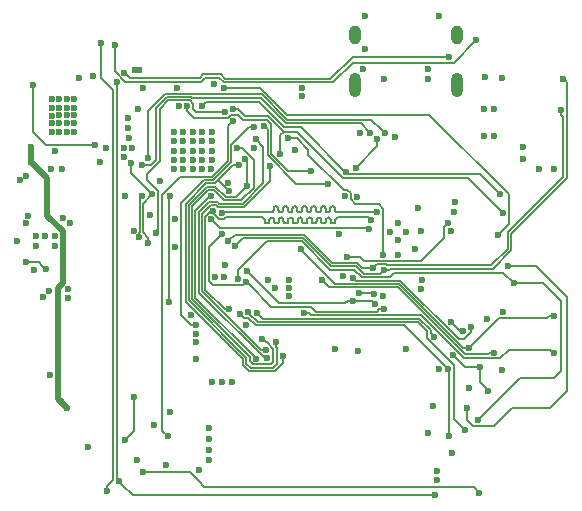
<source format=gbr>
G04 #@! TF.GenerationSoftware,KiCad,Pcbnew,5.0.2-bee76a0~70~ubuntu18.04.1*
G04 #@! TF.CreationDate,2019-03-04T23:14:38+01:00*
G04 #@! TF.ProjectId,anotterwatch,616e6f74-7465-4727-9761-7463682e6b69,rev?*
G04 #@! TF.SameCoordinates,Original*
G04 #@! TF.FileFunction,Copper,L2,Inr*
G04 #@! TF.FilePolarity,Positive*
%FSLAX46Y46*%
G04 Gerber Fmt 4.6, Leading zero omitted, Abs format (unit mm)*
G04 Created by KiCad (PCBNEW 5.0.2-bee76a0~70~ubuntu18.04.1) date Mo 04 Mär 2019 23:14:38 CET*
%MOMM*%
%LPD*%
G01*
G04 APERTURE LIST*
G04 #@! TA.AperFunction,ViaPad*
%ADD10O,1.000000X2.100000*%
G04 #@! TD*
G04 #@! TA.AperFunction,ViaPad*
%ADD11O,1.000000X1.600000*%
G04 #@! TD*
G04 #@! TA.AperFunction,ViaPad*
%ADD12R,0.900000X0.500000*%
G04 #@! TD*
G04 #@! TA.AperFunction,ViaPad*
%ADD13C,0.600000*%
G04 #@! TD*
G04 #@! TA.AperFunction,Conductor*
%ADD14C,0.150000*%
G04 #@! TD*
G04 #@! TA.AperFunction,Conductor*
%ADD15C,0.200000*%
G04 #@! TD*
G04 #@! TA.AperFunction,Conductor*
%ADD16C,0.500000*%
G04 #@! TD*
G04 APERTURE END LIST*
D10*
G04 #@! TO.N,GND*
G04 #@! TO.C,J4*
X107160600Y-75221500D03*
X115800600Y-75221500D03*
D11*
X107160600Y-71041500D03*
X115800600Y-71041500D03*
G04 #@! TD*
D12*
G04 #@! TO.N,GND*
G04 #@! TO.C,AE1*
X88679600Y-74015600D03*
G04 #@! TD*
D13*
G04 #@! TO.N,PROBE1*
X115265200Y-95300800D03*
X116298130Y-96062800D03*
G04 #@! TO.N,GNDA*
X112522000Y-85648800D03*
X112776000Y-87630000D03*
X115265200Y-87630000D03*
X112217200Y-89154000D03*
X119684800Y-94494000D03*
X116789200Y-100939600D03*
X113741200Y-102463600D03*
X115569375Y-86005025D03*
G04 #@! TO.N,ADC_REF*
X116687600Y-102616000D03*
X120142000Y-90576400D03*
G04 #@! TO.N,AFE_ENABLE*
X116992400Y-95758000D03*
X115073259Y-86928795D03*
X107028041Y-91572506D03*
X106982600Y-93492507D03*
X108864400Y-93776800D03*
X106527600Y-89814400D03*
X98044000Y-91033600D03*
G04 #@! TO.N,SE_ENABLE*
X120599200Y-92049600D03*
X117602000Y-103581194D03*
X97282000Y-91643200D03*
G04 #@! TO.N,GND*
X101600000Y-92456000D03*
X101600000Y-93116400D03*
X99771200Y-91795600D03*
X101600000Y-91795600D03*
X111455200Y-87680800D03*
X110794800Y-88341200D03*
X110794800Y-86969600D03*
X81500000Y-77828400D03*
X82143600Y-77825600D03*
X81500000Y-78488800D03*
X82143600Y-78486000D03*
X83413600Y-78486000D03*
X82753200Y-78486000D03*
X81500000Y-77168000D03*
X82143600Y-77165200D03*
X83413600Y-77165200D03*
X82753200Y-77165200D03*
X83413600Y-77825600D03*
X82753200Y-77825600D03*
X82143600Y-76403200D03*
X82753200Y-76403200D03*
X83413600Y-79197200D03*
X81500000Y-76400000D03*
X81500000Y-79200000D03*
X83400000Y-76400000D03*
X81750000Y-88900000D03*
X81750000Y-88050000D03*
X80200000Y-88050000D03*
X80200000Y-88900000D03*
X79350000Y-82950000D03*
X88679600Y-74015600D03*
X78802010Y-83300000D03*
X80750000Y-93200000D03*
X81300000Y-92650000D03*
X82753200Y-79197200D03*
X82753200Y-79197200D03*
X82143600Y-79197200D03*
X110128410Y-87680800D03*
X80949800Y-88036400D03*
X81737200Y-80822800D03*
X81432400Y-82397600D03*
X78587600Y-88493600D03*
X89853799Y-86234396D03*
X100431600Y-92456000D03*
X118973600Y-77317600D03*
X118110000Y-77317600D03*
X124053600Y-82397600D03*
X122783600Y-82397600D03*
X121361200Y-81534000D03*
X121361200Y-80467200D03*
X118973600Y-79603600D03*
X118059200Y-79603600D03*
X114300000Y-69392800D03*
X108051600Y-69392800D03*
X108000800Y-72186800D03*
X113334800Y-73914000D03*
X107594400Y-79349600D03*
X107848400Y-73863200D03*
X119634000Y-74676000D03*
X110591600Y-79654400D03*
X112877600Y-91735389D03*
X115620800Y-85191600D03*
X102717600Y-75539600D03*
X102717600Y-76200000D03*
X91846400Y-79197200D03*
X92646400Y-79197200D03*
X93446400Y-79197200D03*
X94246400Y-79197200D03*
X95046400Y-79197200D03*
X91846400Y-79997200D03*
X92646400Y-79997200D03*
X93446400Y-79997200D03*
X94246400Y-79997200D03*
X95046400Y-79997200D03*
X91846400Y-80797200D03*
X92646400Y-80797200D03*
X93446400Y-80797200D03*
X94246400Y-80797200D03*
X95046400Y-80797200D03*
X91846400Y-81597200D03*
X92646400Y-81597200D03*
X93446400Y-81597200D03*
X94246400Y-81597200D03*
X95046400Y-81597200D03*
X91846400Y-82397200D03*
X92646400Y-82397200D03*
X93446400Y-82397200D03*
X94246400Y-82397200D03*
X89215000Y-75472190D03*
X87985600Y-78079600D03*
X87985600Y-78892400D03*
X83769200Y-74625200D03*
X85547200Y-81788000D03*
X87579200Y-81330800D03*
X96774000Y-100431600D03*
X95910400Y-100431600D03*
X95046800Y-100431600D03*
X96062800Y-91541600D03*
X94843600Y-107035600D03*
X94843600Y-106121200D03*
X94843600Y-105206800D03*
X93929200Y-107848400D03*
X91135200Y-107391200D03*
X88747600Y-107035600D03*
X91541600Y-102920800D03*
X90119200Y-104038400D03*
X94843600Y-104292400D03*
X93726000Y-96367600D03*
X93726000Y-97028000D03*
X93268800Y-94742000D03*
X107334410Y-84734400D03*
X119594958Y-99353042D03*
X118313200Y-95046800D03*
X111455200Y-97637600D03*
X107442000Y-97790000D03*
X110794800Y-89650977D03*
X109526768Y-93077789D03*
X113334800Y-104749600D03*
X114147600Y-107899200D03*
X114291995Y-99314567D03*
X92100400Y-75472189D03*
X95011273Y-82362073D03*
X95351600Y-91541600D03*
X96164400Y-90525600D03*
X91948000Y-86563200D03*
X105816400Y-87878010D03*
X81364990Y-99771200D03*
G04 #@! TO.N,BUF_ENABLE*
X109626400Y-94234000D03*
X95910400Y-87878010D03*
X97960553Y-91904182D03*
G04 #@! TO.N,MUX_ENABLE*
X115163600Y-105003600D03*
X97434400Y-94640400D03*
X115017190Y-99263200D03*
G04 #@! TO.N,MUX_CH1*
X113893600Y-96570800D03*
X98862407Y-94539628D03*
G04 #@! TO.N,MUX_CH2*
X116484400Y-104495600D03*
X98143262Y-94432969D03*
G04 #@! TO.N,VBUS*
X109626400Y-74777600D03*
X113334800Y-74777600D03*
X87630000Y-80568800D03*
X88290400Y-80619600D03*
X79908400Y-75234800D03*
X85191600Y-80314800D03*
X109067600Y-79857600D03*
X107238800Y-82296000D03*
G04 #@! TO.N,IPS_MOSI*
X91395190Y-93604436D03*
X91503006Y-84607059D03*
G04 #@! TO.N,IPS_LED*
X91338400Y-105003600D03*
X96838634Y-78321564D03*
G04 #@! TO.N,+BATT*
X83000000Y-86950000D03*
X82905600Y-92557600D03*
X82905600Y-93268800D03*
X95199200Y-75148221D03*
X86106000Y-80619608D03*
X82397600Y-82397600D03*
X82448400Y-86512400D03*
G04 #@! TO.N,TXD*
X108458000Y-79298800D03*
X89156113Y-81999345D03*
G04 #@! TO.N,RXD*
X89662000Y-81415379D03*
X109677200Y-79298800D03*
G04 #@! TO.N,BTN_UP*
X119278400Y-87934800D03*
X96062735Y-75503837D03*
G04 #@! TO.N,BTN_CNTR*
X96843613Y-77274768D03*
X119684800Y-86055200D03*
X100813542Y-81087514D03*
G04 #@! TO.N,BTN_DOWN*
X119430800Y-84480400D03*
X106375200Y-82606790D03*
X94214511Y-77023530D03*
G04 #@! TO.N,ADC_SCK*
X96469200Y-94234000D03*
X108559515Y-86709610D03*
X95181875Y-85917141D03*
G04 #@! TO.N,IPS_DC*
X98653600Y-78841600D03*
X93675200Y-95522210D03*
G04 #@! TO.N,WAKE1*
X96158561Y-77518181D03*
X90322400Y-87782400D03*
G04 #@! TO.N,I2C_SCL*
X124612400Y-77368400D03*
X89154000Y-84632800D03*
X88920145Y-88139031D03*
X108708722Y-90741476D03*
X96418400Y-88411769D03*
G04 #@! TO.N,I2C_SDA*
X90017600Y-84480400D03*
X88188800Y-81838800D03*
X124815600Y-74726800D03*
X89662000Y-88595200D03*
X96995997Y-88881781D03*
X109626400Y-90943022D03*
G04 #@! TO.N,SD_DATA2*
X97180400Y-80568800D03*
X99314000Y-96723200D03*
G04 #@! TO.N,SD_DATA3*
X98044000Y-83769200D03*
X97852798Y-81547178D03*
X100482400Y-96977200D03*
G04 #@! TO.N,SD_CMD*
X97320159Y-82041993D03*
X101041200Y-98196400D03*
X96527149Y-84225593D03*
G04 #@! TO.N,SD_DATA1*
X95003349Y-84636119D03*
X98756166Y-98405590D03*
G04 #@! TO.N,PARTY_ENABLE*
X88442800Y-101650800D03*
X87680800Y-105308400D03*
G04 #@! TO.N,ESP32_DAC*
X99466400Y-78678590D03*
X104901375Y-83617425D03*
G04 #@! TO.N,Net-(D2-Pad1)*
X85699600Y-71729600D03*
X86156800Y-109626400D03*
G04 #@! TO.N,ADC_MISO*
X109073590Y-85998410D03*
X95893487Y-86069575D03*
G04 #@! TO.N,ADC_CS*
X108345263Y-87404335D03*
X94996000Y-86619990D03*
G04 #@! TO.N,ADC_CH_SEL*
X101506349Y-79748051D03*
X109524800Y-89611200D03*
G04 #@! TO.N,Net-(D1-Pad1)*
X117449600Y-71475600D03*
X86817200Y-71831200D03*
G04 #@! TO.N,ESP_ADC*
X92969990Y-77052832D03*
X103428800Y-82499200D03*
G04 #@! TO.N,+3V3*
X80009377Y-90906076D03*
X98644655Y-80576144D03*
X118211600Y-74574400D03*
X88036400Y-79756000D03*
X88803200Y-77267000D03*
X84988400Y-74523600D03*
X84582000Y-105867200D03*
X114147600Y-108661200D03*
X115468400Y-98145600D03*
X117754400Y-99161600D03*
X118465600Y-101142800D03*
X105511600Y-97637600D03*
X106121200Y-91440000D03*
X79502000Y-86360000D03*
X79298800Y-86969600D03*
X88425779Y-87577974D03*
X90677375Y-83363425D03*
X97942400Y-95554800D03*
X93726000Y-98450400D03*
X112725200Y-92557600D03*
X87680800Y-84683600D03*
X115417600Y-106426000D03*
X92228032Y-77052832D03*
X106290621Y-84632800D03*
X91897190Y-88950800D03*
X96457847Y-83501892D03*
X102057200Y-80772000D03*
G04 #@! TO.N,Net-(C28-Pad1)*
X79350000Y-90250000D03*
X80975200Y-90830400D03*
G04 #@! TO.N,Net-(J3-Pad1)*
X124002800Y-94843600D03*
X116840000Y-97485200D03*
X102565200Y-89154000D03*
G04 #@! TO.N,Net-(J3-Pad2)*
X118973600Y-97897600D03*
X104343200Y-91744800D03*
G04 #@! TO.N,Net-(J3-Pad3)*
X124002800Y-97942400D03*
X102819200Y-94538789D03*
G04 #@! TO.N,Net-(C15-Pad1)*
X108818632Y-92913200D03*
X107537610Y-92853528D03*
G04 #@! TO.N,Net-(BT1-Pad1)*
X79705200Y-80467200D03*
X82804000Y-102565200D03*
X82245200Y-102006400D03*
X79756000Y-81788000D03*
G04 #@! TO.N,Net-(D3-Pad1)*
X89255600Y-108051600D03*
X117703600Y-109778800D03*
G04 #@! TO.N,Net-(J1-Pad5)*
X98755200Y-79857596D03*
X99760178Y-98398116D03*
G04 #@! TO.N,Net-(J1-Pad7)*
X99975635Y-82092815D03*
X99629972Y-97682859D03*
G04 #@! TO.N,Net-(C31-Pad1)*
X115163600Y-72847200D03*
X113944400Y-109982000D03*
X87014410Y-75031600D03*
X87642261Y-74206539D03*
X87155123Y-108801791D03*
G04 #@! TD*
D14*
G04 #@! TO.N,PROBE1*
X116027200Y-96062800D02*
X116298130Y-96062800D01*
X115265200Y-95300800D02*
X116027200Y-96062800D01*
G04 #@! TO.N,ADC_REF*
X116687600Y-102616000D02*
X116687600Y-103124000D01*
X116687600Y-103124000D02*
X116687600Y-103632000D01*
X117138795Y-104083195D02*
X118979605Y-104083195D01*
X116687600Y-103632000D02*
X117138795Y-104083195D01*
X118979605Y-104083195D02*
X120497600Y-102565200D01*
X120497600Y-102565200D02*
X120548400Y-102616000D01*
X120548400Y-102616000D02*
X123647200Y-102616000D01*
X123647200Y-102616000D02*
X125120400Y-101142800D01*
X125120400Y-101142800D02*
X125120400Y-93218000D01*
X125120400Y-93218000D02*
X122478800Y-90576400D01*
X122478800Y-90576400D02*
X120142000Y-90576400D01*
G04 #@! TO.N,AFE_ENABLE*
X106982600Y-93492507D02*
X108580107Y-93492507D01*
X108580107Y-93492507D02*
X108864400Y-93776800D01*
X115983449Y-96762011D02*
X111018943Y-91797505D01*
X107253039Y-91797505D02*
X107028041Y-91572506D01*
X116412653Y-96762011D02*
X115983449Y-96762011D01*
X116992400Y-96182264D02*
X116412653Y-96762011D01*
X116992400Y-95758000D02*
X116992400Y-96182264D01*
X111018943Y-91797505D02*
X107253039Y-91797505D01*
X114706400Y-88188800D02*
X112731199Y-90164001D01*
X114706400Y-87295654D02*
X114706400Y-88188800D01*
X106951864Y-89814400D02*
X106527600Y-89814400D01*
X107911065Y-90164001D02*
X107561464Y-89814400D01*
X115073259Y-86928795D02*
X114706400Y-87295654D01*
X112731199Y-90164001D02*
X107911065Y-90164001D01*
X107561464Y-89814400D02*
X106951864Y-89814400D01*
X98343999Y-91333599D02*
X98044000Y-91033600D01*
X106982600Y-93492507D02*
X106558336Y-93492507D01*
X106558336Y-93492507D02*
X106324843Y-93726000D01*
X100736400Y-93726000D02*
X98343999Y-91333599D01*
X106324843Y-93726000D02*
X100736400Y-93726000D01*
G04 #@! TO.N,SE_ENABLE*
X124612400Y-99466400D02*
X124002800Y-100076000D01*
X121107194Y-100076000D02*
X117901999Y-103281195D01*
X117901999Y-103281195D02*
X117602000Y-103581194D01*
X124612400Y-93573600D02*
X124612400Y-99466400D01*
X124002800Y-100076000D02*
X121107194Y-100076000D01*
X123088400Y-92049600D02*
X124612400Y-93573600D01*
X120599200Y-92049600D02*
X123088400Y-92049600D01*
X105024583Y-90870421D02*
X102647762Y-88493600D01*
X119684800Y-91135200D02*
X110504150Y-91135200D01*
X110118856Y-91520494D02*
X107776483Y-91520494D01*
X97282000Y-90932000D02*
X97282000Y-91218936D01*
X107126410Y-90870421D02*
X105024583Y-90870421D01*
X102647762Y-88493600D02*
X99720400Y-88493600D01*
X120599200Y-92049600D02*
X119684800Y-91135200D01*
X110504150Y-91135200D02*
X110118856Y-91520494D01*
X99720400Y-88493600D02*
X97282000Y-90932000D01*
X107776483Y-91520494D02*
X107126410Y-90870421D01*
X97282000Y-91218936D02*
X97282000Y-91643200D01*
G04 #@! TO.N,BUF_ENABLE*
X108998936Y-94437200D02*
X103835200Y-94437200D01*
X95150581Y-92204181D02*
X97660554Y-92204181D01*
X98260552Y-92204181D02*
X97960553Y-91904182D01*
X95910400Y-87878010D02*
X94792800Y-88995610D01*
X103835200Y-94437200D02*
X103428800Y-94030800D01*
X94792800Y-88995610D02*
X94792800Y-91846400D01*
X97660554Y-92204181D02*
X97960553Y-91904182D01*
X103428800Y-94030800D02*
X100087171Y-94030800D01*
X109202136Y-94234000D02*
X108998936Y-94437200D01*
X100087171Y-94030800D02*
X98260552Y-92204181D01*
X109626400Y-94234000D02*
X109202136Y-94234000D01*
X94792800Y-91846400D02*
X95150581Y-92204181D01*
G04 #@! TO.N,MUX_ENABLE*
X97734399Y-94940399D02*
X98089999Y-94940399D01*
X97434400Y-94640400D02*
X97734399Y-94940399D01*
X114717191Y-98963201D02*
X115017190Y-99263200D01*
X115163600Y-99409610D02*
X115017190Y-99263200D01*
X98089999Y-94940399D02*
X98755200Y-95605600D01*
X98755200Y-95605600D02*
X111359590Y-95605600D01*
X111359590Y-95605600D02*
X114717191Y-98963201D01*
X115163600Y-105003600D02*
X115163600Y-99409610D01*
G04 #@! TO.N,MUX_CH1*
X99363580Y-95040801D02*
X99162406Y-94839627D01*
X112617601Y-95040801D02*
X99363580Y-95040801D01*
X99162406Y-94839627D02*
X98862407Y-94539628D01*
X113893600Y-96570800D02*
X113593601Y-96270801D01*
X113593601Y-96016801D02*
X112617601Y-95040801D01*
X113593601Y-96270801D02*
X113593601Y-96016801D01*
G04 #@! TO.N,MUX_CH2*
X98143262Y-94536462D02*
X98143262Y-94432969D01*
X101769411Y-95317811D02*
X98924611Y-95317811D01*
X98924611Y-95317811D02*
X98143262Y-94536462D01*
X113284000Y-96113600D02*
X112488210Y-95317810D01*
X113284000Y-96704162D02*
X113284000Y-96113600D01*
X115519200Y-98939362D02*
X113284000Y-96704162D01*
X115519200Y-103530400D02*
X115519200Y-98939362D01*
X116484400Y-104495600D02*
X115519200Y-103530400D01*
X103803540Y-95317810D02*
X101735390Y-95317810D01*
X112488210Y-95317810D02*
X103803540Y-95317810D01*
G04 #@! TO.N,VBUS*
X80975200Y-80314800D02*
X84767336Y-80314800D01*
X84767336Y-80314800D02*
X85191600Y-80314800D01*
X79908400Y-79248000D02*
X80975200Y-80314800D01*
X79908400Y-75234800D02*
X79908400Y-79248000D01*
X107238800Y-82245200D02*
X107238800Y-82296000D01*
X109067600Y-79857600D02*
X109067600Y-80416400D01*
X109067600Y-80416400D02*
X107238800Y-82245200D01*
G04 #@! TO.N,IPS_MOSI*
X91395190Y-84714875D02*
X91503006Y-84607059D01*
X91395190Y-93604436D02*
X91395190Y-84714875D01*
G04 #@! TO.N,IPS_LED*
X96401387Y-78758811D02*
X96538635Y-78621563D01*
X91338400Y-105003600D02*
X90853411Y-104518611D01*
X90853411Y-104518611D02*
X90853411Y-84517741D01*
X95057219Y-83026077D02*
X96401387Y-81681909D01*
X96538635Y-78621563D02*
X96838634Y-78321564D01*
X96401387Y-81681909D02*
X96401387Y-78758811D01*
X92345075Y-83026077D02*
X95057219Y-83026077D01*
X90853411Y-84517741D02*
X92345075Y-83026077D01*
G04 #@! TO.N,TXD*
X99172622Y-76312623D02*
X93345271Y-76312623D01*
X89907855Y-81999345D02*
X89580377Y-81999345D01*
X108458000Y-79298800D02*
X107645200Y-78486000D01*
X89580377Y-81999345D02*
X89156113Y-81999345D01*
X90350189Y-81557011D02*
X89907855Y-81999345D01*
X90350189Y-77152060D02*
X90350189Y-81557011D01*
X91228438Y-76273811D02*
X90350189Y-77152060D01*
X107645200Y-78486000D02*
X101346000Y-78486000D01*
X93345271Y-76312623D02*
X93306459Y-76273811D01*
X93306459Y-76273811D02*
X91228438Y-76273811D01*
X101346000Y-78486000D02*
X99172622Y-76312623D01*
G04 #@! TO.N,RXD*
X109377201Y-78998801D02*
X109677200Y-79298800D01*
X108559600Y-78181200D02*
X109377201Y-78998801D01*
X101432951Y-78181200D02*
X108559600Y-78181200D01*
X99287363Y-76035612D02*
X101432951Y-78181200D01*
X93460012Y-76035612D02*
X99287363Y-76035612D01*
X93421200Y-75996800D02*
X93460012Y-76035612D01*
X89662000Y-77419200D02*
X91084400Y-75996800D01*
X91084400Y-75996800D02*
X93421200Y-75996800D01*
X89662000Y-81415379D02*
X89662000Y-77419200D01*
G04 #@! TO.N,BTN_UP*
X96486999Y-75503837D02*
X96062735Y-75503837D01*
X113468162Y-77774800D02*
X101418302Y-77774800D01*
X120192800Y-84499438D02*
X113468162Y-77774800D01*
X101418302Y-77774800D02*
X99147339Y-75503837D01*
X99147339Y-75503837D02*
X96486999Y-75503837D01*
X119278400Y-87934800D02*
X120192800Y-87020400D01*
X120192800Y-87020400D02*
X120192800Y-84499438D01*
G04 #@! TO.N,BTN_CNTR*
X97267877Y-77274768D02*
X97869509Y-77876400D01*
X96843613Y-77274768D02*
X97267877Y-77274768D01*
X99798922Y-77876400D02*
X101119722Y-79197200D01*
X97869509Y-77876400D02*
X99798922Y-77876400D01*
X100813542Y-80663250D02*
X100813542Y-81087514D01*
X101119722Y-79197200D02*
X100813542Y-79503380D01*
X100813542Y-79503380D02*
X100813542Y-80663250D01*
X101119722Y-79197200D02*
X102238150Y-79197200D01*
X119384801Y-85755201D02*
X119684800Y-86055200D01*
X106149750Y-83108800D02*
X116738400Y-83108800D01*
X116738400Y-83108800D02*
X119384801Y-85755201D01*
X102238150Y-79197200D02*
X106149750Y-83108800D01*
G04 #@! TO.N,BTN_DOWN*
X106426000Y-82651600D02*
X106420010Y-82651600D01*
X106420010Y-82651600D02*
X106375200Y-82606790D01*
X119430800Y-84480400D02*
X117754400Y-82804000D01*
X101155872Y-78841600D02*
X99037803Y-76723531D01*
X94514510Y-76723531D02*
X94214511Y-77023530D01*
X106527600Y-82804000D02*
X102565200Y-78841600D01*
X117754400Y-82804000D02*
X106527600Y-82804000D01*
X99037803Y-76723531D02*
X94514510Y-76723531D01*
X102565200Y-78841600D02*
X101155872Y-78841600D01*
G04 #@! TO.N,ADC_SCK*
X94955887Y-85917141D02*
X95181875Y-85917141D01*
X94493999Y-86379029D02*
X94955887Y-85917141D01*
X94493999Y-92563599D02*
X94493999Y-86379029D01*
X96469200Y-94234000D02*
X96164400Y-94234000D01*
X96164400Y-94234000D02*
X94493999Y-92563599D01*
X95181875Y-86062903D02*
X95181875Y-85917141D01*
X95694346Y-86608985D02*
X95498001Y-86412640D01*
X96266000Y-86461600D02*
X96118615Y-86608985D01*
X99471166Y-86536903D02*
X99439497Y-86505234D01*
X99534606Y-86848377D02*
X99519814Y-86806105D01*
X99558433Y-86886298D02*
X99534606Y-86848377D01*
X99590102Y-86917967D02*
X99558433Y-86886298D01*
X99628023Y-86941794D02*
X99590102Y-86917967D01*
X99670295Y-86956586D02*
X99628023Y-86941794D01*
X99759304Y-86956586D02*
X99714800Y-86961600D01*
X99839497Y-86917967D02*
X99801576Y-86941794D01*
X99871166Y-86886298D02*
X99839497Y-86917967D01*
X99894993Y-86848377D02*
X99871166Y-86886298D01*
X99909785Y-86806105D02*
X99894993Y-86848377D01*
X99914800Y-86761600D02*
X99909785Y-86806105D01*
X99914800Y-86661600D02*
X99914800Y-86761600D01*
X99919814Y-86617096D02*
X99914800Y-86661600D01*
X99934606Y-86574824D02*
X99919814Y-86617096D01*
X99958433Y-86536903D02*
X99934606Y-86574824D01*
X99990102Y-86505234D02*
X99958433Y-86536903D01*
X100028023Y-86481407D02*
X99990102Y-86505234D01*
X100070295Y-86466615D02*
X100028023Y-86481407D01*
X100114800Y-86461600D02*
X100070295Y-86466615D01*
X100159304Y-86466615D02*
X100114800Y-86461600D01*
X100201576Y-86481407D02*
X100159304Y-86466615D01*
X100239497Y-86505234D02*
X100201576Y-86481407D01*
X100271166Y-86536903D02*
X100239497Y-86505234D01*
X100294993Y-86574824D02*
X100271166Y-86536903D01*
X100358433Y-86886298D02*
X100334606Y-86848377D01*
X100390102Y-86917967D02*
X100358433Y-86886298D01*
X100428023Y-86941794D02*
X100390102Y-86917967D01*
X100470295Y-86956586D02*
X100428023Y-86941794D01*
X100601576Y-86941794D02*
X100559304Y-86956586D01*
X100671166Y-86886298D02*
X100639497Y-86917967D01*
X100694993Y-86848377D02*
X100671166Y-86886298D01*
X100709785Y-86806105D02*
X100694993Y-86848377D01*
X100714800Y-86761600D02*
X100709785Y-86806105D01*
X101114800Y-86761600D02*
X101114800Y-86661600D01*
X101190102Y-86917967D02*
X101158433Y-86886298D01*
X100314800Y-86661600D02*
X100309785Y-86617096D01*
X101270295Y-86956586D02*
X101228023Y-86941794D01*
X100314800Y-86761600D02*
X100314800Y-86661600D01*
X101314800Y-86961600D02*
X101270295Y-86956586D01*
X103190102Y-86505234D02*
X103158433Y-86536903D01*
X101958433Y-86886298D02*
X101934606Y-86848377D01*
X103958433Y-86536903D02*
X103934606Y-86574824D01*
X101114800Y-86661600D02*
X101109785Y-86617096D01*
X102790102Y-86917967D02*
X102758433Y-86886298D01*
X100719814Y-86617096D02*
X100714800Y-86661600D01*
X101558433Y-86536903D02*
X101534606Y-86574824D01*
X104028023Y-86481407D02*
X103990102Y-86505234D01*
X104714800Y-86661600D02*
X104714800Y-86761600D01*
X105114800Y-86761600D02*
X105114800Y-86661600D01*
X102870295Y-86956586D02*
X102828023Y-86941794D01*
X104114800Y-86461600D02*
X104070295Y-86466615D01*
X105039497Y-86505234D02*
X105001576Y-86481407D01*
X101158433Y-86886298D02*
X101134606Y-86848377D01*
X102959304Y-86956586D02*
X102914800Y-86961600D01*
X101714800Y-86461600D02*
X101670295Y-86466615D01*
X104159304Y-86466615D02*
X104114800Y-86461600D01*
X103001576Y-86941794D02*
X102959304Y-86956586D01*
X100870295Y-86466615D02*
X100828023Y-86481407D01*
X101759304Y-86466615D02*
X101714800Y-86461600D01*
X104201576Y-86481407D02*
X104159304Y-86466615D01*
X100914800Y-86461600D02*
X100870295Y-86466615D01*
X101801576Y-86481407D02*
X101759304Y-86466615D01*
X104239497Y-86505234D02*
X104201576Y-86481407D01*
X101359304Y-86956586D02*
X101314800Y-86961600D01*
X103801576Y-86941794D02*
X103759304Y-86956586D01*
X104319814Y-86806105D02*
X104314800Y-86761600D01*
X99494993Y-86574824D02*
X99471166Y-86536903D01*
X104334606Y-86848377D02*
X104319814Y-86806105D01*
X103158433Y-86536903D02*
X103134606Y-86574824D01*
X101934606Y-86848377D02*
X101919814Y-86806105D01*
X104470295Y-86956586D02*
X104428023Y-86941794D01*
X99714800Y-86961600D02*
X99670295Y-86956586D01*
X105094993Y-86574824D02*
X105071166Y-86536903D01*
X103314800Y-86461600D02*
X103270295Y-86466615D01*
X102070295Y-86956586D02*
X102028023Y-86941794D01*
X104514800Y-86961600D02*
X104470295Y-86956586D01*
X95498001Y-86412640D02*
X95498001Y-86379029D01*
X103359304Y-86466615D02*
X103314800Y-86461600D01*
X102114800Y-86961600D02*
X102070295Y-86956586D01*
X105494993Y-86848377D02*
X105471166Y-86886298D01*
X104734606Y-86574824D02*
X104719814Y-86617096D01*
X99514800Y-86661600D02*
X99509785Y-86617096D01*
X104390102Y-86917967D02*
X104358433Y-86886298D01*
X103228023Y-86481407D02*
X103190102Y-86505234D01*
X101990102Y-86917967D02*
X101958433Y-86886298D01*
X96118615Y-86608985D02*
X95694346Y-86608985D01*
X104601576Y-86941794D02*
X104559304Y-86956586D01*
X104639497Y-86917967D02*
X104601576Y-86941794D01*
X104671166Y-86886298D02*
X104639497Y-86917967D01*
X104709785Y-86806105D02*
X104694993Y-86848377D01*
X103990102Y-86505234D02*
X103958433Y-86536903D01*
X100734606Y-86574824D02*
X100719814Y-86617096D01*
X101590102Y-86505234D02*
X101558433Y-86536903D01*
X104714800Y-86761600D02*
X104709785Y-86806105D01*
X99509785Y-86617096D02*
X99494993Y-86574824D01*
X104358433Y-86886298D02*
X104334606Y-86848377D01*
X104719814Y-86617096D02*
X104714800Y-86661600D01*
X103109785Y-86806105D02*
X103094993Y-86848377D01*
X101039497Y-86505234D02*
X101001576Y-86481407D01*
X101894993Y-86574824D02*
X101871166Y-86536903D01*
X105514800Y-86661600D02*
X105514800Y-86761600D01*
X108305600Y-86461600D02*
X105714800Y-86461600D01*
X105190102Y-86917967D02*
X105158433Y-86886298D01*
X103934606Y-86574824D02*
X103919814Y-86617096D01*
X101534606Y-86574824D02*
X101519814Y-86617096D01*
X101514800Y-86661600D02*
X101514800Y-86761600D01*
X103871166Y-86886298D02*
X103839497Y-86917967D01*
X101439497Y-86917967D02*
X101401576Y-86941794D01*
X104758433Y-86536903D02*
X104734606Y-86574824D01*
X103494993Y-86574824D02*
X103471166Y-86536903D01*
X102271166Y-86886298D02*
X102239497Y-86917967D01*
X100639497Y-86917967D02*
X100601576Y-86941794D01*
X105714800Y-86461600D02*
X105670295Y-86466615D01*
X105514800Y-86761600D02*
X105509785Y-86806105D01*
X103759304Y-86956586D02*
X103714800Y-86961600D01*
X99401576Y-86481407D02*
X99359304Y-86466615D01*
X104314800Y-86661600D02*
X104309785Y-86617096D01*
X105314800Y-86961600D02*
X105270295Y-86956586D01*
X100714800Y-86661600D02*
X100714800Y-86761600D01*
X105071166Y-86536903D02*
X105039497Y-86505234D01*
X105359304Y-86956586D02*
X105314800Y-86961600D01*
X100309785Y-86617096D02*
X100294993Y-86574824D01*
X101228023Y-86941794D02*
X101190102Y-86917967D01*
X104914800Y-86461600D02*
X104870295Y-86466615D01*
X100334606Y-86848377D02*
X100319814Y-86806105D01*
X103714800Y-86961600D02*
X103670295Y-86956586D01*
X103114800Y-86661600D02*
X103114800Y-86761600D01*
X101094993Y-86574824D02*
X101071166Y-86536903D01*
X101914800Y-86661600D02*
X101909785Y-86617096D01*
X108508800Y-86664800D02*
X108305600Y-86461600D01*
X105519814Y-86617096D02*
X105514800Y-86661600D01*
X99514800Y-86761600D02*
X99514800Y-86661600D01*
X104428023Y-86941794D02*
X104390102Y-86917967D01*
X105158433Y-86886298D02*
X105134606Y-86848377D01*
X102028023Y-86941794D02*
X101990102Y-86917967D01*
X104559304Y-86956586D02*
X104514800Y-86961600D01*
X103514800Y-86761600D02*
X103514800Y-86661600D01*
X101119814Y-86806105D02*
X101114800Y-86761600D01*
X105558433Y-86536903D02*
X105534606Y-86574824D01*
X103914800Y-86661600D02*
X103914800Y-86761600D01*
X99314800Y-86461600D02*
X96266000Y-86461600D01*
X104294993Y-86574824D02*
X104271166Y-86536903D01*
X105001576Y-86481407D02*
X104959304Y-86466615D01*
X102719814Y-86806105D02*
X102714800Y-86761600D01*
X104070295Y-86466615D02*
X104028023Y-86481407D01*
X105134606Y-86848377D02*
X105119814Y-86806105D01*
X101919814Y-86806105D02*
X101914800Y-86761600D01*
X105534606Y-86574824D02*
X105519814Y-86617096D01*
X104959304Y-86466615D02*
X104914800Y-86461600D01*
X99801576Y-86941794D02*
X99759304Y-86956586D01*
X105628023Y-86481407D02*
X105590102Y-86505234D01*
X99359304Y-86466615D02*
X99314800Y-86461600D01*
X104309785Y-86617096D02*
X104294993Y-86574824D01*
X104828023Y-86481407D02*
X104790102Y-86505234D01*
X105590102Y-86505234D02*
X105558433Y-86536903D01*
X105228023Y-86941794D02*
X105190102Y-86917967D01*
X104870295Y-86466615D02*
X104828023Y-86481407D01*
X103909785Y-86806105D02*
X103894993Y-86848377D01*
X103270295Y-86466615D02*
X103228023Y-86481407D01*
X105270295Y-86956586D02*
X105228023Y-86941794D01*
X104271166Y-86536903D02*
X104239497Y-86505234D01*
X101001576Y-86481407D02*
X100959304Y-86466615D01*
X102714800Y-86661600D02*
X102709785Y-86617096D01*
X101871166Y-86536903D02*
X101839497Y-86505234D01*
X105114800Y-86661600D02*
X105109785Y-86617096D01*
X105401576Y-86941794D02*
X105359304Y-86956586D01*
X105670295Y-86466615D02*
X105628023Y-86481407D01*
X100559304Y-86956586D02*
X100514800Y-86961600D01*
X105509785Y-86806105D02*
X105494993Y-86848377D01*
X104790102Y-86505234D02*
X104758433Y-86536903D01*
X104694993Y-86848377D02*
X104671166Y-86886298D01*
X103919814Y-86617096D02*
X103914800Y-86661600D01*
X102734606Y-86848377D02*
X102719814Y-86806105D01*
X101519814Y-86617096D02*
X101514800Y-86661600D01*
X99439497Y-86505234D02*
X99401576Y-86481407D01*
X104314800Y-86761600D02*
X104314800Y-86661600D01*
X105119814Y-86806105D02*
X105114800Y-86761600D01*
X95498001Y-86379029D02*
X95181875Y-86062903D01*
X103039497Y-86917967D02*
X103001576Y-86941794D01*
X101509785Y-86806105D02*
X101494993Y-86848377D01*
X103914800Y-86761600D02*
X103909785Y-86806105D01*
X102714800Y-86761600D02*
X102714800Y-86661600D01*
X100514800Y-86961600D02*
X100470295Y-86956586D01*
X103894993Y-86848377D02*
X103871166Y-86886298D01*
X101471166Y-86886298D02*
X101439497Y-86917967D01*
X102828023Y-86941794D02*
X102790102Y-86917967D01*
X105109785Y-86617096D02*
X105094993Y-86574824D01*
X103519814Y-86806105D02*
X103514800Y-86761600D01*
X102314800Y-86661600D02*
X102314800Y-86761600D01*
X100319814Y-86806105D02*
X100314800Y-86761600D01*
X105471166Y-86886298D02*
X105439497Y-86917967D01*
X103670295Y-86956586D02*
X103628023Y-86941794D01*
X103114800Y-86761600D02*
X103109785Y-86806105D01*
X101071166Y-86536903D02*
X101039497Y-86505234D01*
X101909785Y-86617096D02*
X101894993Y-86574824D01*
X99519814Y-86806105D02*
X99514800Y-86761600D01*
X103628023Y-86941794D02*
X103590102Y-86917967D01*
X103590102Y-86917967D02*
X103558433Y-86886298D01*
X103558433Y-86886298D02*
X103534606Y-86848377D01*
X103534606Y-86848377D02*
X103519814Y-86806105D01*
X103514800Y-86661600D02*
X103509785Y-86617096D01*
X105439497Y-86917967D02*
X105401576Y-86941794D01*
X103119814Y-86617096D02*
X103114800Y-86661600D01*
X102309785Y-86806105D02*
X102294993Y-86848377D01*
X103509785Y-86617096D02*
X103494993Y-86574824D01*
X102294993Y-86848377D02*
X102271166Y-86886298D01*
X103471166Y-86536903D02*
X103439497Y-86505234D01*
X102239497Y-86917967D02*
X102201576Y-86941794D01*
X101494993Y-86848377D02*
X101471166Y-86886298D01*
X103439497Y-86505234D02*
X103401576Y-86481407D01*
X103401576Y-86481407D02*
X103359304Y-86466615D01*
X102159304Y-86956586D02*
X102114800Y-86961600D01*
X103094993Y-86848377D02*
X103071166Y-86886298D01*
X101134606Y-86848377D02*
X101119814Y-86806105D01*
X102914800Y-86961600D02*
X102870295Y-86956586D01*
X100959304Y-86466615D02*
X100914800Y-86461600D01*
X101839497Y-86505234D02*
X101801576Y-86481407D01*
X102709785Y-86617096D02*
X102694993Y-86574824D01*
X103071166Y-86886298D02*
X103039497Y-86917967D01*
X101514800Y-86761600D02*
X101509785Y-86806105D01*
X103839497Y-86917967D02*
X103801576Y-86941794D01*
X101401576Y-86941794D02*
X101359304Y-86956586D01*
X102694993Y-86574824D02*
X102671166Y-86536903D01*
X102671166Y-86536903D02*
X102639497Y-86505234D01*
X100828023Y-86481407D02*
X100790102Y-86505234D01*
X102639497Y-86505234D02*
X102601576Y-86481407D01*
X100790102Y-86505234D02*
X100758433Y-86536903D01*
X101670295Y-86466615D02*
X101628023Y-86481407D01*
X102601576Y-86481407D02*
X102559304Y-86466615D01*
X100758433Y-86536903D02*
X100734606Y-86574824D01*
X101628023Y-86481407D02*
X101590102Y-86505234D01*
X102559304Y-86466615D02*
X102514800Y-86461600D01*
X102514800Y-86461600D02*
X102470295Y-86466615D01*
X102470295Y-86466615D02*
X102428023Y-86481407D01*
X102428023Y-86481407D02*
X102390102Y-86505234D01*
X102390102Y-86505234D02*
X102358433Y-86536903D01*
X102358433Y-86536903D02*
X102334606Y-86574824D01*
X102334606Y-86574824D02*
X102319814Y-86617096D01*
X102319814Y-86617096D02*
X102314800Y-86661600D01*
X103134606Y-86574824D02*
X103119814Y-86617096D01*
X102314800Y-86761600D02*
X102309785Y-86806105D01*
X102201576Y-86941794D02*
X102159304Y-86956586D01*
X101109785Y-86617096D02*
X101094993Y-86574824D01*
X102758433Y-86886298D02*
X102734606Y-86848377D01*
X101914800Y-86761600D02*
X101914800Y-86661600D01*
G04 #@! TO.N,IPS_DC*
X98653600Y-78841600D02*
X98164636Y-78841600D01*
X96678398Y-80327838D02*
X96678398Y-81796650D01*
X95171960Y-83303088D02*
X94418164Y-83303088D01*
X92456000Y-94727274D02*
X93250936Y-95522210D01*
X96678398Y-81796650D02*
X95171960Y-83303088D01*
X93250936Y-95522210D02*
X93675200Y-95522210D01*
X98164636Y-78841600D02*
X96678398Y-80327838D01*
X94418164Y-83303088D02*
X92456000Y-85265252D01*
X92456000Y-85265252D02*
X92456000Y-94727274D01*
G04 #@! TO.N,WAKE1*
X93931819Y-77518181D02*
X93929200Y-77520800D01*
X90525600Y-87426800D02*
X90525600Y-87579200D01*
X90525600Y-87579200D02*
X90322400Y-87782400D01*
X89560400Y-83280238D02*
X90519601Y-84239439D01*
X90627199Y-81671753D02*
X89560400Y-82738551D01*
X90519601Y-84239439D02*
X90519601Y-87432799D01*
X90627200Y-77266801D02*
X90627199Y-81671753D01*
X90519601Y-87432799D02*
X90271600Y-87680800D01*
X89560400Y-82738551D02*
X89560400Y-83280238D01*
X93723381Y-77518181D02*
X93472000Y-77266800D01*
X93472000Y-76831104D02*
X93191718Y-76550822D01*
X93191718Y-76550822D02*
X91343179Y-76550822D01*
X93472000Y-77266800D02*
X93472000Y-76831104D01*
X93931819Y-77518181D02*
X93723381Y-77518181D01*
X91343179Y-76550822D02*
X90627200Y-77266801D01*
X96158561Y-77518181D02*
X95734297Y-77518181D01*
X95734297Y-77518181D02*
X95715386Y-77537092D01*
X95715386Y-77537092D02*
X93950730Y-77537092D01*
X93950730Y-77537092D02*
X93931819Y-77518181D01*
G04 #@! TO.N,I2C_SCL*
X88920145Y-87714767D02*
X88920145Y-88139031D01*
X88927790Y-87707122D02*
X88920145Y-87714767D01*
X88927790Y-84859010D02*
X88927790Y-87707122D01*
X89154000Y-84632800D02*
X88927790Y-84859010D01*
X109829702Y-90441012D02*
X109009186Y-90441012D01*
X109914290Y-90525600D02*
X109829702Y-90441012D01*
X124612400Y-77368400D02*
X124612400Y-77792664D01*
X124815600Y-83007200D02*
X120091200Y-87731600D01*
X109009186Y-90441012D02*
X109008721Y-90441477D01*
X120091200Y-89098420D02*
X118664020Y-90525600D01*
X124815600Y-77995864D02*
X124815600Y-83007200D01*
X120091200Y-87731600D02*
X120091200Y-89098420D01*
X109008721Y-90441477D02*
X108708722Y-90741476D01*
X118664020Y-90525600D02*
X109914290Y-90525600D01*
X124612400Y-77792664D02*
X124815600Y-77995864D01*
X107355905Y-90316401D02*
X105254067Y-90316401D01*
X107780980Y-90741476D02*
X107355905Y-90316401D01*
X108708722Y-90741476D02*
X107780980Y-90741476D01*
X102872466Y-87934800D02*
X97434400Y-87934800D01*
X105254067Y-90316401D02*
X102872466Y-87934800D01*
X96718399Y-88111770D02*
X96418400Y-88411769D01*
X96851030Y-88111770D02*
X96718399Y-88111770D01*
X97434400Y-87934800D02*
X97028000Y-87934800D01*
X97028000Y-87934800D02*
X96851030Y-88111770D01*
G04 #@! TO.N,I2C_SDA*
X88188800Y-82702400D02*
X88188800Y-81838800D01*
X90017600Y-84480400D02*
X89966800Y-84480400D01*
X89966800Y-84480400D02*
X88188800Y-82702400D01*
X89662000Y-88170936D02*
X89662000Y-88595200D01*
X89204800Y-85293200D02*
X89204800Y-87713736D01*
X90017600Y-84480400D02*
X89204800Y-85293200D01*
X89204800Y-87713736D02*
X89662000Y-88170936D01*
X110050664Y-90943022D02*
X109626400Y-90943022D01*
X120396000Y-89255600D02*
X118821200Y-90830400D01*
X120396000Y-87833200D02*
X120396000Y-89255600D01*
X125115599Y-83113601D02*
X120396000Y-87833200D01*
X118821200Y-90830400D02*
X110163286Y-90830400D01*
X124815600Y-74726800D02*
X125115599Y-75026799D01*
X125115599Y-75026799D02*
X125115599Y-83113601D01*
X110163286Y-90830400D02*
X110050664Y-90943022D01*
X96995997Y-88881781D02*
X97665967Y-88211811D01*
X107241159Y-90593412D02*
X107891230Y-91243483D01*
X105139326Y-90593412D02*
X107241159Y-90593412D01*
X102757725Y-88211811D02*
X105139326Y-90593412D01*
X109325939Y-91243483D02*
X109326401Y-91243021D01*
X97665967Y-88211811D02*
X102757725Y-88211811D01*
X109326401Y-91243021D02*
X109626400Y-90943022D01*
X107891230Y-91243483D02*
X109325939Y-91243483D01*
G04 #@! TO.N,SD_DATA2*
X99613999Y-97023199D02*
X99314000Y-96723200D01*
X95244310Y-84134118D02*
X94762390Y-84134118D01*
X96114805Y-85004613D02*
X95244310Y-84134118D01*
X98602800Y-81566936D02*
X98602800Y-83953360D01*
X98254165Y-98233843D02*
X98254165Y-98646551D01*
X97180400Y-80568800D02*
X97604664Y-80568800D01*
X98602800Y-83953360D02*
X97551546Y-85004614D01*
X97604664Y-80568800D02*
X98602800Y-81566936D01*
X94762390Y-84134118D02*
X93385965Y-85510542D01*
X93385965Y-93365643D02*
X98254165Y-98233843D01*
X93385965Y-85510542D02*
X93385965Y-93365643D01*
X99697866Y-97023199D02*
X99613999Y-97023199D01*
X98254165Y-98646551D02*
X98516312Y-98908698D01*
X98516312Y-98908698D02*
X100052218Y-98908698D01*
X100262189Y-97587522D02*
X99697866Y-97023199D01*
X100052218Y-98908698D02*
X100262189Y-98698727D01*
X97551546Y-85004614D02*
X96114805Y-85004613D01*
X100262189Y-98698727D02*
X100262189Y-97587522D01*
G04 #@! TO.N,SD_DATA3*
X98044000Y-83769200D02*
X98044000Y-81738380D01*
X98044000Y-81738380D02*
X97852798Y-81547178D01*
X100482400Y-97401464D02*
X100482400Y-96977200D01*
X100539199Y-98901601D02*
X100539199Y-97458263D01*
X98340751Y-99189389D02*
X100251411Y-99189389D01*
X93108955Y-93480385D02*
X97977156Y-98348586D01*
X94647648Y-83857107D02*
X93108955Y-85395801D01*
X95359051Y-83857107D02*
X94647648Y-83857107D01*
X100539199Y-97458263D02*
X100482400Y-97401464D01*
X96229547Y-84727603D02*
X95359051Y-83857107D01*
X100251411Y-99189389D02*
X100539199Y-98901601D01*
X93108955Y-85395801D02*
X93108955Y-93480385D01*
X97085597Y-84727603D02*
X96229547Y-84727603D01*
X98044000Y-83769200D02*
X97085597Y-84727603D01*
X97977156Y-98348586D02*
X97977156Y-98825794D01*
X97977156Y-98825794D02*
X98340751Y-99189389D01*
G04 #@! TO.N,SD_CMD*
X101041200Y-98620664D02*
X101041200Y-98196400D01*
X100398664Y-99466400D02*
X101041200Y-98823864D01*
X98226010Y-99466400D02*
X100398664Y-99466400D01*
X101041200Y-98823864D02*
X101041200Y-98620664D01*
X97700145Y-98940535D02*
X98226010Y-99466400D01*
X97700145Y-98463327D02*
X97700145Y-98940535D01*
X92831935Y-85281069D02*
X92831938Y-93595120D01*
X94532905Y-83580097D02*
X92831935Y-85281069D01*
X97320159Y-82041993D02*
X96824807Y-82041993D01*
X92831938Y-93595120D02*
X97700145Y-98463327D01*
X96824807Y-82041993D02*
X95286704Y-83580096D01*
X95286704Y-83580096D02*
X94532905Y-83580097D01*
X96213758Y-83970958D02*
X96272514Y-83970958D01*
X95554800Y-83312000D02*
X96213758Y-83970958D01*
X96272514Y-83970958D02*
X96527149Y-84225593D01*
G04 #@! TO.N,SD_DATA1*
X98756166Y-98343759D02*
X98756166Y-98405590D01*
X93662967Y-93250560D02*
X98756166Y-98343759D01*
X93662967Y-85909583D02*
X93662967Y-93250560D01*
X94936431Y-84636119D02*
X93662967Y-85909583D01*
X95003349Y-84636119D02*
X94936431Y-84636119D01*
G04 #@! TO.N,PARTY_ENABLE*
X88442800Y-101650800D02*
X88442800Y-104546400D01*
X88442800Y-104546400D02*
X87680800Y-105308400D01*
G04 #@! TO.N,ESP32_DAC*
X99766399Y-78978589D02*
X99766399Y-81173629D01*
X99466400Y-78678590D02*
X99766399Y-78978589D01*
X102210195Y-83617425D02*
X104477111Y-83617425D01*
X99766399Y-81173629D02*
X102210195Y-83617425D01*
X104477111Y-83617425D02*
X104901375Y-83617425D01*
G04 #@! TO.N,Net-(D2-Pad1)*
X85699600Y-71729600D02*
X85699600Y-74676000D01*
X86664800Y-108694136D02*
X86156800Y-109202136D01*
X86156800Y-109202136D02*
X86156800Y-109626400D01*
X85699600Y-74676000D02*
X86664800Y-75641200D01*
X86664800Y-75641200D02*
X86664800Y-108694136D01*
G04 #@! TO.N,ADC_MISO*
X105676000Y-85998410D02*
X106900464Y-85998410D01*
X105589223Y-85978604D02*
X105631495Y-85993396D01*
X105519633Y-85923108D02*
X105551302Y-85954777D01*
X105495806Y-85885187D02*
X105519633Y-85923108D01*
X105481014Y-85842915D02*
X105495806Y-85885187D01*
X105476000Y-85798410D02*
X105481014Y-85842915D01*
X105476000Y-85698410D02*
X105476000Y-85798410D01*
X105456193Y-85611634D02*
X105470985Y-85653906D01*
X105400697Y-85542044D02*
X105432366Y-85573713D01*
X105362776Y-85518217D02*
X105400697Y-85542044D01*
X105320504Y-85503425D02*
X105362776Y-85518217D01*
X105276000Y-85498410D02*
X105320504Y-85503425D01*
X105151302Y-85542044D02*
X105189223Y-85518217D01*
X105119633Y-85573713D02*
X105151302Y-85542044D01*
X105081014Y-85653906D02*
X105095806Y-85611634D01*
X105076000Y-85698410D02*
X105081014Y-85653906D01*
X105076000Y-85798410D02*
X105076000Y-85698410D01*
X105070985Y-85842915D02*
X105076000Y-85798410D01*
X105056193Y-85885187D02*
X105070985Y-85842915D01*
X104962776Y-85978604D02*
X105000697Y-85954777D01*
X104920504Y-85993396D02*
X104962776Y-85978604D01*
X104876000Y-85998410D02*
X104920504Y-85993396D01*
X104831495Y-85993396D02*
X104876000Y-85998410D01*
X104789223Y-85978604D02*
X104831495Y-85993396D01*
X104719633Y-85923108D02*
X104751302Y-85954777D01*
X104681014Y-85842915D02*
X104695806Y-85885187D01*
X104676000Y-85798410D02*
X104681014Y-85842915D01*
X104670985Y-85653906D02*
X104676000Y-85698410D01*
X104656193Y-85611634D02*
X104670985Y-85653906D01*
X104632366Y-85573713D02*
X104656193Y-85611634D01*
X104562776Y-85518217D02*
X104600697Y-85542044D01*
X104520504Y-85503425D02*
X104562776Y-85518217D01*
X104431495Y-85503425D02*
X104476000Y-85498410D01*
X103589223Y-85518217D02*
X103631495Y-85503425D01*
X101919633Y-85573713D02*
X101951302Y-85542044D01*
X103870985Y-85653906D02*
X103876000Y-85698410D01*
X101876000Y-85798410D02*
X101876000Y-85698410D01*
X102920504Y-85503425D02*
X102962776Y-85518217D01*
X101870985Y-85842915D02*
X101876000Y-85798410D01*
X100162776Y-85978604D02*
X100200697Y-85954777D01*
X106900464Y-85998410D02*
X109073590Y-85998410D01*
X104476000Y-85498410D02*
X104520504Y-85503425D01*
X101856193Y-85885187D02*
X101870985Y-85842915D01*
X101800697Y-85954777D02*
X101832366Y-85923108D01*
X104295806Y-85611634D02*
X104319633Y-85573713D01*
X101276000Y-85498410D02*
X101320504Y-85503425D01*
X101676000Y-85998410D02*
X101720504Y-85993396D01*
X100319633Y-85573713D02*
X100351302Y-85542044D01*
X100719633Y-85923108D02*
X100751302Y-85954777D01*
X105432366Y-85573713D02*
X105456193Y-85611634D01*
X102200697Y-85542044D02*
X102232366Y-85573713D01*
X101589223Y-85978604D02*
X101631495Y-85993396D01*
X101551302Y-85954777D02*
X101589223Y-85978604D01*
X100656193Y-85611634D02*
X100670985Y-85653906D01*
X101519633Y-85923108D02*
X101551302Y-85954777D01*
X104676000Y-85698410D02*
X104676000Y-85798410D01*
X101481014Y-85842915D02*
X101495806Y-85885187D01*
X104751302Y-85954777D02*
X104789223Y-85978604D01*
X101951302Y-85542044D02*
X101989223Y-85518217D01*
X101876000Y-85698410D02*
X101881014Y-85653906D01*
X101476000Y-85798410D02*
X101481014Y-85842915D01*
X101095806Y-85611634D02*
X101119633Y-85573713D01*
X101470985Y-85653906D02*
X101476000Y-85698410D01*
X103631495Y-85503425D02*
X103676000Y-85498410D01*
X101456193Y-85611634D02*
X101470985Y-85653906D01*
X102076000Y-85498410D02*
X102120504Y-85503425D01*
X104200697Y-85954777D02*
X104232366Y-85923108D01*
X101432366Y-85573713D02*
X101456193Y-85611634D01*
X104031495Y-85993396D02*
X104076000Y-85998410D01*
X101400697Y-85542044D02*
X101432366Y-85573713D01*
X101231495Y-85503425D02*
X101276000Y-85498410D01*
X102295806Y-85885187D02*
X102319633Y-85923108D01*
X101495806Y-85885187D02*
X101519633Y-85923108D01*
X101076000Y-85698410D02*
X101081014Y-85653906D01*
X105095806Y-85611634D02*
X105119633Y-85573713D01*
X101070985Y-85842915D02*
X101076000Y-85798410D01*
X103470985Y-85842915D02*
X103476000Y-85798410D01*
X100476000Y-85498410D02*
X100520504Y-85503425D01*
X101762776Y-85978604D02*
X101800697Y-85954777D01*
X103919633Y-85923108D02*
X103951302Y-85954777D01*
X101832366Y-85923108D02*
X101856193Y-85885187D01*
X100270985Y-85842915D02*
X100276000Y-85798410D01*
X105470985Y-85653906D02*
X105476000Y-85698410D01*
X100389223Y-85518217D02*
X100431495Y-85503425D01*
X102270985Y-85653906D02*
X102276000Y-85698410D01*
X103231495Y-85993396D02*
X103276000Y-85998410D01*
X100876000Y-85998410D02*
X100920504Y-85993396D01*
X103551302Y-85542044D02*
X103589223Y-85518217D01*
X95893487Y-86069575D02*
X95964652Y-85998410D01*
X100200697Y-85954777D02*
X100232366Y-85923108D01*
X101881014Y-85653906D02*
X101895806Y-85611634D01*
X103032366Y-85573713D02*
X103056193Y-85611634D01*
X100632366Y-85573713D02*
X100656193Y-85611634D01*
X100920504Y-85993396D02*
X100962776Y-85978604D01*
X100676000Y-85798410D02*
X100681014Y-85842915D01*
X102351302Y-85954777D02*
X102389223Y-85978604D01*
X101189223Y-85518217D02*
X101231495Y-85503425D01*
X104319633Y-85573713D02*
X104351302Y-85542044D01*
X100351302Y-85542044D02*
X100389223Y-85518217D01*
X105189223Y-85518217D02*
X105231495Y-85503425D01*
X100076000Y-85998410D02*
X100120504Y-85993396D01*
X101151302Y-85542044D02*
X101189223Y-85518217D01*
X101032366Y-85923108D02*
X101056193Y-85885187D01*
X103070985Y-85653906D02*
X103076000Y-85698410D01*
X103856193Y-85611634D02*
X103870985Y-85653906D01*
X101081014Y-85653906D02*
X101095806Y-85611634D01*
X100120504Y-85993396D02*
X100162776Y-85978604D01*
X103476000Y-85698410D02*
X103481014Y-85653906D01*
X104600697Y-85542044D02*
X104632366Y-85573713D01*
X95964652Y-85998410D02*
X100076000Y-85998410D01*
X102276000Y-85698410D02*
X102276000Y-85798410D01*
X104120504Y-85993396D02*
X104162776Y-85978604D01*
X100431495Y-85503425D02*
X100476000Y-85498410D01*
X102789223Y-85518217D02*
X102831495Y-85503425D01*
X105231495Y-85503425D02*
X105276000Y-85498410D01*
X103119633Y-85923108D02*
X103151302Y-85954777D01*
X100670985Y-85653906D02*
X100676000Y-85698410D01*
X101320504Y-85503425D02*
X101362776Y-85518217D01*
X105551302Y-85954777D02*
X105589223Y-85978604D01*
X100232366Y-85923108D02*
X100256193Y-85885187D01*
X102600697Y-85954777D02*
X102632366Y-85923108D01*
X101076000Y-85798410D02*
X101076000Y-85698410D01*
X100520504Y-85503425D02*
X100562776Y-85518217D01*
X104351302Y-85542044D02*
X104389223Y-85518217D01*
X100562776Y-85518217D02*
X100600697Y-85542044D01*
X103189223Y-85978604D02*
X103231495Y-85993396D01*
X100600697Y-85542044D02*
X100632366Y-85573713D01*
X105000697Y-85954777D02*
X105032366Y-85923108D01*
X100676000Y-85698410D02*
X100676000Y-85798410D01*
X102695806Y-85611634D02*
X102719633Y-85573713D01*
X101476000Y-85698410D02*
X101476000Y-85798410D01*
X101362776Y-85518217D02*
X101400697Y-85542044D01*
X102876000Y-85498410D02*
X102920504Y-85503425D01*
X105032366Y-85923108D02*
X105056193Y-85885187D01*
X100695806Y-85885187D02*
X100719633Y-85923108D01*
X101720504Y-85993396D02*
X101762776Y-85978604D01*
X100295806Y-85611634D02*
X100319633Y-85573713D01*
X100789223Y-85978604D02*
X100831495Y-85993396D01*
X100831495Y-85993396D02*
X100876000Y-85998410D01*
X100962776Y-85978604D02*
X101000697Y-85954777D01*
X100276000Y-85798410D02*
X100276000Y-85698410D01*
X103762776Y-85518217D02*
X103800697Y-85542044D01*
X100751302Y-85954777D02*
X100789223Y-85978604D01*
X100276000Y-85698410D02*
X100281014Y-85653906D01*
X101000697Y-85954777D02*
X101032366Y-85923108D01*
X102120504Y-85503425D02*
X102162776Y-85518217D01*
X103056193Y-85611634D02*
X103070985Y-85653906D01*
X101631495Y-85993396D02*
X101676000Y-85998410D01*
X102162776Y-85518217D02*
X102200697Y-85542044D01*
X100281014Y-85653906D02*
X100295806Y-85611634D01*
X102232366Y-85573713D02*
X102256193Y-85611634D01*
X102256193Y-85611634D02*
X102270985Y-85653906D01*
X102281014Y-85842915D02*
X102295806Y-85885187D01*
X100256193Y-85885187D02*
X100270985Y-85842915D01*
X102476000Y-85998410D02*
X102520504Y-85993396D01*
X102389223Y-85978604D02*
X102431495Y-85993396D01*
X102431495Y-85993396D02*
X102476000Y-85998410D01*
X102520504Y-85993396D02*
X102562776Y-85978604D01*
X101119633Y-85573713D02*
X101151302Y-85542044D01*
X102681014Y-85653906D02*
X102695806Y-85611634D01*
X102632366Y-85923108D02*
X102656193Y-85885187D01*
X102670985Y-85842915D02*
X102676000Y-85798410D01*
X103320504Y-85993396D02*
X103362776Y-85978604D01*
X103876000Y-85698410D02*
X103876000Y-85798410D01*
X103081014Y-85842915D02*
X103095806Y-85885187D01*
X102676000Y-85798410D02*
X102676000Y-85698410D01*
X104695806Y-85885187D02*
X104719633Y-85923108D01*
X102276000Y-85798410D02*
X102281014Y-85842915D01*
X103362776Y-85978604D02*
X103400697Y-85954777D01*
X102719633Y-85573713D02*
X102751302Y-85542044D01*
X103276000Y-85998410D02*
X103320504Y-85993396D01*
X103481014Y-85653906D02*
X103495806Y-85611634D01*
X102751302Y-85542044D02*
X102789223Y-85518217D01*
X102831495Y-85503425D02*
X102876000Y-85498410D01*
X103151302Y-85954777D02*
X103189223Y-85978604D01*
X102962776Y-85518217D02*
X103000697Y-85542044D01*
X103076000Y-85698410D02*
X103076000Y-85798410D01*
X102676000Y-85698410D02*
X102681014Y-85653906D01*
X103000697Y-85542044D02*
X103032366Y-85573713D01*
X101989223Y-85518217D02*
X102031495Y-85503425D01*
X103076000Y-85798410D02*
X103081014Y-85842915D01*
X104232366Y-85923108D02*
X104256193Y-85885187D01*
X103432366Y-85923108D02*
X103456193Y-85885187D01*
X104276000Y-85698410D02*
X104281014Y-85653906D01*
X103456193Y-85885187D02*
X103470985Y-85842915D01*
X102656193Y-85885187D02*
X102670985Y-85842915D01*
X103495806Y-85611634D02*
X103519633Y-85573713D01*
X103519633Y-85573713D02*
X103551302Y-85542044D01*
X102031495Y-85503425D02*
X102076000Y-85498410D01*
X103676000Y-85498410D02*
X103720504Y-85503425D01*
X103720504Y-85503425D02*
X103762776Y-85518217D01*
X103800697Y-85542044D02*
X103832366Y-85573713D01*
X101895806Y-85611634D02*
X101919633Y-85573713D01*
X103832366Y-85573713D02*
X103856193Y-85611634D01*
X103876000Y-85798410D02*
X103881014Y-85842915D01*
X103400697Y-85954777D02*
X103432366Y-85923108D01*
X103881014Y-85842915D02*
X103895806Y-85885187D01*
X103895806Y-85885187D02*
X103919633Y-85923108D01*
X103951302Y-85954777D02*
X103989223Y-85978604D01*
X103989223Y-85978604D02*
X104031495Y-85993396D01*
X103095806Y-85885187D02*
X103119633Y-85923108D01*
X104076000Y-85998410D02*
X104120504Y-85993396D01*
X104162776Y-85978604D02*
X104200697Y-85954777D01*
X102562776Y-85978604D02*
X102600697Y-85954777D01*
X104256193Y-85885187D02*
X104270985Y-85842915D01*
X100681014Y-85842915D02*
X100695806Y-85885187D01*
X104270985Y-85842915D02*
X104276000Y-85798410D01*
X104276000Y-85798410D02*
X104276000Y-85698410D01*
X104281014Y-85653906D02*
X104295806Y-85611634D01*
X105631495Y-85993396D02*
X105676000Y-85998410D01*
X101056193Y-85885187D02*
X101070985Y-85842915D01*
X102319633Y-85923108D02*
X102351302Y-85954777D01*
X103476000Y-85798410D02*
X103476000Y-85698410D01*
X104389223Y-85518217D02*
X104431495Y-85503425D01*
G04 #@! TO.N,ADC_CS*
X95701210Y-87325200D02*
X94996000Y-86619990D01*
X108345263Y-87404335D02*
X108266128Y-87325200D01*
X108266128Y-87325200D02*
X95701210Y-87325200D01*
G04 #@! TO.N,ADC_CH_SEL*
X109575600Y-85735752D02*
X109183848Y-85344000D01*
X109524800Y-89611200D02*
X109575600Y-89560400D01*
X109575600Y-89560400D02*
X109575600Y-85735752D01*
X109169200Y-85344000D02*
X107212061Y-85344000D01*
X106792622Y-84924561D02*
X106792622Y-84391839D01*
X106531582Y-84130799D02*
X106228799Y-84130799D01*
X102240193Y-79748051D02*
X101930613Y-79748051D01*
X106228799Y-84130799D02*
X103229809Y-81131809D01*
X103229809Y-81131809D02*
X103229809Y-80737667D01*
X103229809Y-80737667D02*
X102240193Y-79748051D01*
X101930613Y-79748051D02*
X101506349Y-79748051D01*
X107212061Y-85344000D02*
X106792622Y-84924561D01*
X106792622Y-84391839D02*
X106531582Y-84130799D01*
G04 #@! TO.N,Net-(D1-Pad1)*
X117449600Y-71475600D02*
X115570000Y-73355200D01*
X94143011Y-74970189D02*
X87695961Y-74970189D01*
X105308400Y-75031600D02*
X96365113Y-75031600D01*
X96046870Y-75001820D02*
X95691271Y-74646221D01*
X95691271Y-74646221D02*
X94466979Y-74646221D01*
X94466979Y-74646221D02*
X94143011Y-74970189D01*
X96365113Y-75031600D02*
X96335334Y-75001821D01*
X87695961Y-74970189D02*
X86817200Y-74091428D01*
X96335334Y-75001821D02*
X96046870Y-75001820D01*
X106984800Y-73355200D02*
X105308400Y-75031600D01*
X86817200Y-72255464D02*
X86817200Y-71831200D01*
X115570000Y-73355200D02*
X106984800Y-73355200D01*
X86817200Y-74091428D02*
X86817200Y-72255464D01*
G04 #@! TO.N,ESP_ADC*
X100076000Y-78545228D02*
X100076000Y-81091478D01*
X96642935Y-77776769D02*
X97283969Y-77776769D01*
X97683789Y-78176589D02*
X99707361Y-78176589D01*
X97283969Y-77776769D02*
X97683789Y-78176589D01*
X100076000Y-81091478D02*
X101483722Y-82499200D01*
X101483722Y-82499200D02*
X103004536Y-82499200D01*
X92969990Y-77052832D02*
X92969990Y-77477096D01*
X103004536Y-82499200D02*
X103428800Y-82499200D01*
X99707361Y-78176589D02*
X100076000Y-78545228D01*
X96399522Y-78020182D02*
X96642935Y-77776769D01*
X93513076Y-78020182D02*
X96399522Y-78020182D01*
X92969990Y-77477096D02*
X93513076Y-78020182D01*
D15*
G04 #@! TO.N,+3V3*
X115468400Y-98145600D02*
X116484400Y-99161600D01*
X116484400Y-99161600D02*
X117754400Y-99161600D01*
X117754400Y-100431600D02*
X118165601Y-100842801D01*
X118165601Y-100842801D02*
X118465600Y-101142800D01*
X117754400Y-99161600D02*
X117754400Y-100431600D01*
D14*
G04 #@! TO.N,Net-(C28-Pad1)*
X80394800Y-90250000D02*
X80675201Y-90530401D01*
X79350000Y-90250000D02*
X80394800Y-90250000D01*
X80675201Y-90530401D02*
X80975200Y-90830400D01*
G04 #@! TO.N,Net-(J3-Pad1)*
X123578536Y-94843600D02*
X123426136Y-94996000D01*
X124002800Y-94843600D02*
X123578536Y-94843600D01*
X123426136Y-94996000D02*
X119329200Y-94996000D01*
X119329200Y-94996000D02*
X116840000Y-97485200D01*
X105485716Y-92074516D02*
X102865199Y-89453999D01*
X102865199Y-89453999D02*
X102565200Y-89154000D01*
X116302704Y-97485200D02*
X110892020Y-92074516D01*
X110892020Y-92074516D02*
X105485716Y-92074516D01*
X116840000Y-97485200D02*
X116302704Y-97485200D01*
G04 #@! TO.N,Net-(J3-Pad2)*
X110777279Y-92351527D02*
X104949927Y-92351527D01*
X104949927Y-92351527D02*
X104643199Y-92044799D01*
X118402936Y-98044000D02*
X116469752Y-98044000D01*
X104643199Y-92044799D02*
X104343200Y-91744800D01*
X116469752Y-98044000D02*
X110777279Y-92351527D01*
X118973600Y-97897600D02*
X118549336Y-97897600D01*
X118549336Y-97897600D02*
X118402936Y-98044000D01*
G04 #@! TO.N,Net-(J3-Pad3)*
X116433600Y-98399600D02*
X112770001Y-94736001D01*
X112770001Y-94736001D02*
X103440676Y-94736001D01*
X103440676Y-94736001D02*
X103243464Y-94538789D01*
X123702801Y-97642401D02*
X120187999Y-97642401D01*
X103243464Y-94538789D02*
X102819200Y-94538789D01*
X119430800Y-98399600D02*
X116433600Y-98399600D01*
X124002800Y-97942400D02*
X123702801Y-97642401D01*
X120187999Y-97642401D02*
X119430800Y-98399600D01*
G04 #@! TO.N,Net-(C15-Pad1)*
X107537610Y-92853528D02*
X108758960Y-92853528D01*
X108758960Y-92853528D02*
X108818632Y-92913200D01*
D16*
G04 #@! TO.N,Net-(BT1-Pad1)*
X79705200Y-80467200D02*
X79705200Y-81737200D01*
X79705200Y-81737200D02*
X79756000Y-81788000D01*
X80055999Y-82087999D02*
X79756000Y-81788000D01*
X81127600Y-83159600D02*
X80055999Y-82087999D01*
X81127600Y-86309200D02*
X81127600Y-83159600D01*
X82804000Y-102565200D02*
X82042000Y-101803200D01*
X82042000Y-101803200D02*
X82042000Y-92419238D01*
X82042000Y-92419238D02*
X82427001Y-92034237D01*
X82427001Y-92034237D02*
X82427001Y-87608601D01*
X82427001Y-87608601D02*
X81127600Y-86309200D01*
D14*
G04 #@! TO.N,Net-(D3-Pad1)*
X89255600Y-108051600D02*
X93167200Y-108051600D01*
X93167200Y-108051600D02*
X93929200Y-108813600D01*
X94417601Y-109302001D02*
X117226801Y-109302001D01*
X93929200Y-108813600D02*
X94417601Y-109302001D01*
X117226801Y-109302001D02*
X117703600Y-109778800D01*
G04 #@! TO.N,Net-(J1-Pad5)*
X99364800Y-83583112D02*
X97666287Y-85281625D01*
X99517310Y-98398116D02*
X99760178Y-98398116D01*
X93939978Y-92820784D02*
X99517310Y-98398116D01*
X98755200Y-79857596D02*
X99364800Y-80467196D01*
X99364800Y-80467196D02*
X99364800Y-83583112D01*
X97666287Y-85281625D02*
X95681073Y-85281625D01*
X93939978Y-86024324D02*
X93939978Y-92820784D01*
X95681073Y-85281625D02*
X95537577Y-85138129D01*
X94826172Y-85138130D02*
X93939978Y-86024324D01*
X95537577Y-85138129D02*
X94826172Y-85138130D01*
G04 #@! TO.N,Net-(J1-Pad7)*
X99205708Y-97682859D02*
X99629972Y-97682859D01*
X94216988Y-86139066D02*
X94216988Y-92694139D01*
X99975635Y-83364029D02*
X97781028Y-85558636D01*
X95422836Y-85415140D02*
X94940914Y-85415140D01*
X94216988Y-92694139D02*
X99205708Y-97682859D01*
X99975635Y-82092815D02*
X99975635Y-83364029D01*
X97781028Y-85558636D02*
X95566332Y-85558636D01*
X95566332Y-85558636D02*
X95422836Y-85415140D01*
X94940914Y-85415140D02*
X94216988Y-86139066D01*
D15*
G04 #@! TO.N,Net-(C31-Pad1)*
X88335332Y-109982000D02*
X87455122Y-109101790D01*
X87455122Y-109101790D02*
X87155123Y-108801791D01*
X113944400Y-109982000D02*
X88335332Y-109982000D01*
X96460431Y-74699810D02*
X96171968Y-74699810D01*
X88084732Y-74649010D02*
X87942260Y-74506538D01*
X87942260Y-74506538D02*
X87642261Y-74206539D01*
X96171968Y-74699810D02*
X95816368Y-74344210D01*
X106973842Y-72847200D02*
X105094032Y-74727010D01*
X94006990Y-74649010D02*
X88084732Y-74649010D01*
X96487631Y-74727010D02*
X96460431Y-74699810D01*
X115163600Y-72847200D02*
X106973842Y-72847200D01*
X94311790Y-74344210D02*
X94006990Y-74649010D01*
X105094032Y-74727010D02*
X96487631Y-74727010D01*
X95816368Y-74344210D02*
X94311790Y-74344210D01*
X87014410Y-75031600D02*
X87014410Y-108661078D01*
X87014410Y-108661078D02*
X87155123Y-108801791D01*
G04 #@! TD*
M02*

</source>
